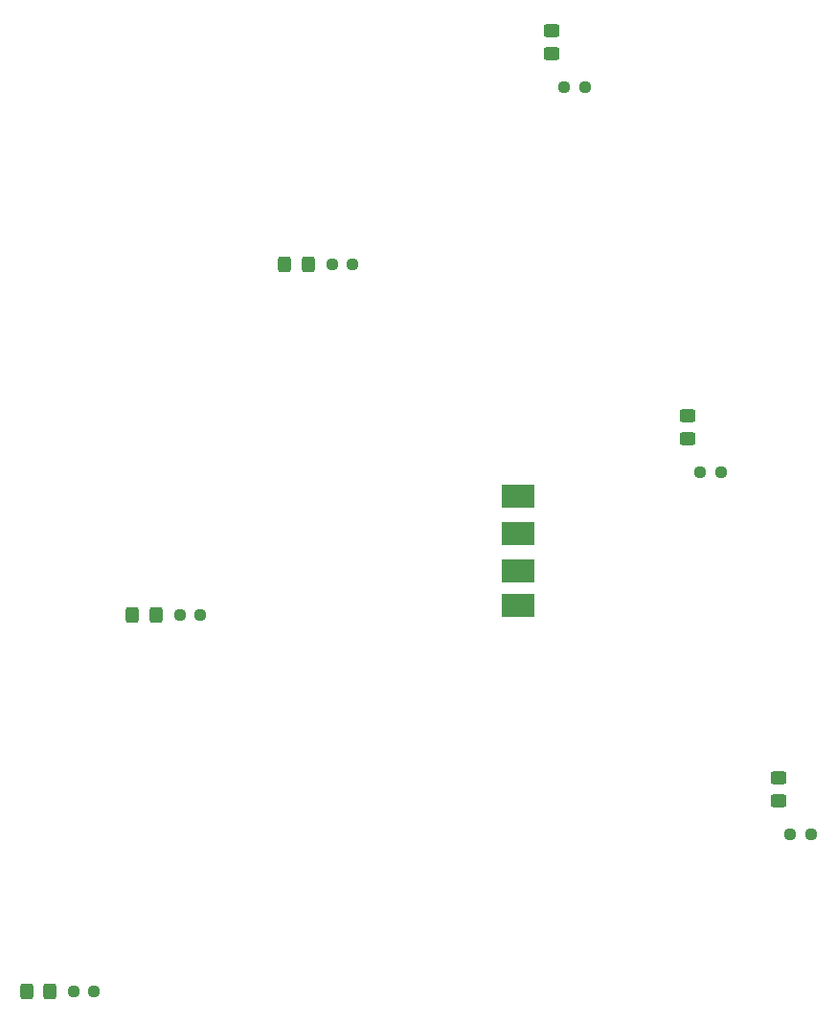
<source format=gts>
%TF.GenerationSoftware,KiCad,Pcbnew,7.0.8*%
%TF.CreationDate,2024-03-10T12:51:31+01:00*%
%TF.ProjectId,PCB_Christmas_Tree,5043425f-4368-4726-9973-746d61735f54,rev?*%
%TF.SameCoordinates,Original*%
%TF.FileFunction,Soldermask,Top*%
%TF.FilePolarity,Negative*%
%FSLAX46Y46*%
G04 Gerber Fmt 4.6, Leading zero omitted, Abs format (unit mm)*
G04 Created by KiCad (PCBNEW 7.0.8) date 2024-03-10 12:51:31*
%MOMM*%
%LPD*%
G01*
G04 APERTURE LIST*
G04 Aperture macros list*
%AMRoundRect*
0 Rectangle with rounded corners*
0 $1 Rounding radius*
0 $2 $3 $4 $5 $6 $7 $8 $9 X,Y pos of 4 corners*
0 Add a 4 corners polygon primitive as box body*
4,1,4,$2,$3,$4,$5,$6,$7,$8,$9,$2,$3,0*
0 Add four circle primitives for the rounded corners*
1,1,$1+$1,$2,$3*
1,1,$1+$1,$4,$5*
1,1,$1+$1,$6,$7*
1,1,$1+$1,$8,$9*
0 Add four rect primitives between the rounded corners*
20,1,$1+$1,$2,$3,$4,$5,0*
20,1,$1+$1,$4,$5,$6,$7,0*
20,1,$1+$1,$6,$7,$8,$9,0*
20,1,$1+$1,$8,$9,$2,$3,0*%
G04 Aperture macros list end*
%ADD10RoundRect,0.250000X0.325000X0.450000X-0.325000X0.450000X-0.325000X-0.450000X0.325000X-0.450000X0*%
%ADD11RoundRect,0.237500X-0.250000X-0.237500X0.250000X-0.237500X0.250000X0.237500X-0.250000X0.237500X0*%
%ADD12RoundRect,0.250000X0.450000X-0.325000X0.450000X0.325000X-0.450000X0.325000X-0.450000X-0.325000X0*%
%ADD13R,3.000000X2.000000*%
G04 APERTURE END LIST*
D10*
%TO.C,D14*%
X186436000Y-73660000D03*
X184386000Y-73660000D03*
%TD*%
D11*
%TO.C,R8*%
X175100500Y-104648000D03*
X176925500Y-104648000D03*
%TD*%
D12*
%TO.C,D4*%
X208000000Y-55025000D03*
X208000000Y-52975000D03*
%TD*%
D11*
%TO.C,R19*%
X188571500Y-73660000D03*
X190396500Y-73660000D03*
%TD*%
D13*
%TO.C,J4*%
X205000000Y-94110000D03*
X205000000Y-97412000D03*
X205000000Y-100714000D03*
X205000000Y-103762000D03*
%TD*%
D10*
%TO.C,D3*%
X172974000Y-104648000D03*
X170924000Y-104648000D03*
%TD*%
%TO.C,D5*%
X163585000Y-137922000D03*
X161535000Y-137922000D03*
%TD*%
D11*
%TO.C,R10*%
X165711500Y-137922000D03*
X167536500Y-137922000D03*
%TD*%
D12*
%TO.C,D16*%
X228000000Y-121050000D03*
X228000000Y-119000000D03*
%TD*%
D11*
%TO.C,R7*%
X221087500Y-92000000D03*
X222912500Y-92000000D03*
%TD*%
%TO.C,R9*%
X209087500Y-58000000D03*
X210912500Y-58000000D03*
%TD*%
D12*
%TO.C,D2*%
X220000000Y-89025000D03*
X220000000Y-86975000D03*
%TD*%
D11*
%TO.C,R21*%
X229087500Y-124000000D03*
X230912500Y-124000000D03*
%TD*%
M02*

</source>
